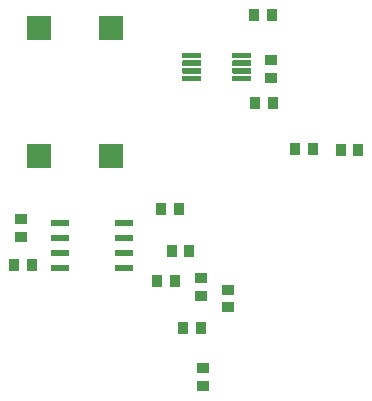
<source format=gbr>
G04 #@! TF.GenerationSoftware,KiCad,Pcbnew,5.1.5-52549c5~86~ubuntu18.04.1*
G04 #@! TF.CreationDate,2020-08-23T11:51:57-07:00*
G04 #@! TF.ProjectId,heat2sound_rx_rev01,68656174-3273-46f7-956e-645f72785f72,rev?*
G04 #@! TF.SameCoordinates,Original*
G04 #@! TF.FileFunction,Paste,Top*
G04 #@! TF.FilePolarity,Positive*
%FSLAX46Y46*%
G04 Gerber Fmt 4.6, Leading zero omitted, Abs format (unit mm)*
G04 Created by KiCad (PCBNEW 5.1.5-52549c5~86~ubuntu18.04.1) date 2020-08-23 11:51:57*
%MOMM*%
%LPD*%
G04 APERTURE LIST*
%ADD10R,0.900000X1.000000*%
%ADD11R,0.899160X1.000760*%
%ADD12R,1.000760X0.899160*%
%ADD13R,1.000000X0.900000*%
%ADD14R,1.998980X1.998980*%
%ADD15R,1.550000X0.600000*%
%ADD16C,0.100000*%
G04 APERTURE END LIST*
D10*
X166828160Y-118700000D03*
D11*
X168331840Y-118700000D03*
D12*
X170250000Y-124498160D03*
D13*
X170250000Y-126001840D03*
D12*
X170430000Y-133670000D03*
D13*
X170430000Y-132166320D03*
X176170000Y-107541840D03*
D12*
X176170000Y-106038160D03*
D11*
X182050000Y-113690000D03*
D10*
X183553680Y-113690000D03*
X178218160Y-113560000D03*
D11*
X179721840Y-113560000D03*
X176313680Y-109700000D03*
X174810000Y-109700000D03*
X174750000Y-102250000D03*
X176253680Y-102250000D03*
D14*
X156499880Y-103339800D03*
X162600960Y-103339800D03*
X156499880Y-114165280D03*
X162600960Y-114165280D03*
D11*
X155921840Y-123430000D03*
X154418160Y-123430000D03*
D12*
X155000000Y-121001840D03*
X155000000Y-119498160D03*
D11*
X168001840Y-124750000D03*
X166498160Y-124750000D03*
X169253680Y-122250000D03*
X167750000Y-122250000D03*
D12*
X172500000Y-127000000D03*
X172500000Y-125496320D03*
D11*
X168690000Y-128750000D03*
X170193680Y-128750000D03*
D15*
X158300000Y-119845000D03*
X158300000Y-121115000D03*
X158300000Y-122385000D03*
X158300000Y-123655000D03*
X163700000Y-123655000D03*
X163700000Y-122385000D03*
X163700000Y-121115000D03*
X163700000Y-119845000D03*
D16*
G36*
X170147252Y-105425602D02*
G01*
X170159386Y-105427402D01*
X170171286Y-105430382D01*
X170182835Y-105434515D01*
X170193925Y-105439760D01*
X170204446Y-105446066D01*
X170214299Y-105453374D01*
X170223388Y-105461612D01*
X170231626Y-105470701D01*
X170238934Y-105480554D01*
X170245240Y-105491075D01*
X170250485Y-105502165D01*
X170254618Y-105513714D01*
X170257598Y-105525614D01*
X170259398Y-105537748D01*
X170260000Y-105550000D01*
X170260000Y-105800000D01*
X170259398Y-105812252D01*
X170257598Y-105824386D01*
X170254618Y-105836286D01*
X170250485Y-105847835D01*
X170245240Y-105858925D01*
X170238934Y-105869446D01*
X170231626Y-105879299D01*
X170223388Y-105888388D01*
X170214299Y-105896626D01*
X170204446Y-105903934D01*
X170193925Y-105910240D01*
X170182835Y-105915485D01*
X170171286Y-105919618D01*
X170159386Y-105922598D01*
X170147252Y-105924398D01*
X170135000Y-105925000D01*
X168760000Y-105925000D01*
X168747748Y-105924398D01*
X168735614Y-105922598D01*
X168723714Y-105919618D01*
X168712165Y-105915485D01*
X168701075Y-105910240D01*
X168690554Y-105903934D01*
X168680701Y-105896626D01*
X168671612Y-105888388D01*
X168663374Y-105879299D01*
X168656066Y-105869446D01*
X168649760Y-105858925D01*
X168644515Y-105847835D01*
X168640382Y-105836286D01*
X168637402Y-105824386D01*
X168635602Y-105812252D01*
X168635000Y-105800000D01*
X168635000Y-105550000D01*
X168635602Y-105537748D01*
X168637402Y-105525614D01*
X168640382Y-105513714D01*
X168644515Y-105502165D01*
X168649760Y-105491075D01*
X168656066Y-105480554D01*
X168663374Y-105470701D01*
X168671612Y-105461612D01*
X168680701Y-105453374D01*
X168690554Y-105446066D01*
X168701075Y-105439760D01*
X168712165Y-105434515D01*
X168723714Y-105430382D01*
X168735614Y-105427402D01*
X168747748Y-105425602D01*
X168760000Y-105425000D01*
X170135000Y-105425000D01*
X170147252Y-105425602D01*
G37*
G36*
X170147252Y-106075602D02*
G01*
X170159386Y-106077402D01*
X170171286Y-106080382D01*
X170182835Y-106084515D01*
X170193925Y-106089760D01*
X170204446Y-106096066D01*
X170214299Y-106103374D01*
X170223388Y-106111612D01*
X170231626Y-106120701D01*
X170238934Y-106130554D01*
X170245240Y-106141075D01*
X170250485Y-106152165D01*
X170254618Y-106163714D01*
X170257598Y-106175614D01*
X170259398Y-106187748D01*
X170260000Y-106200000D01*
X170260000Y-106450000D01*
X170259398Y-106462252D01*
X170257598Y-106474386D01*
X170254618Y-106486286D01*
X170250485Y-106497835D01*
X170245240Y-106508925D01*
X170238934Y-106519446D01*
X170231626Y-106529299D01*
X170223388Y-106538388D01*
X170214299Y-106546626D01*
X170204446Y-106553934D01*
X170193925Y-106560240D01*
X170182835Y-106565485D01*
X170171286Y-106569618D01*
X170159386Y-106572598D01*
X170147252Y-106574398D01*
X170135000Y-106575000D01*
X168760000Y-106575000D01*
X168747748Y-106574398D01*
X168735614Y-106572598D01*
X168723714Y-106569618D01*
X168712165Y-106565485D01*
X168701075Y-106560240D01*
X168690554Y-106553934D01*
X168680701Y-106546626D01*
X168671612Y-106538388D01*
X168663374Y-106529299D01*
X168656066Y-106519446D01*
X168649760Y-106508925D01*
X168644515Y-106497835D01*
X168640382Y-106486286D01*
X168637402Y-106474386D01*
X168635602Y-106462252D01*
X168635000Y-106450000D01*
X168635000Y-106200000D01*
X168635602Y-106187748D01*
X168637402Y-106175614D01*
X168640382Y-106163714D01*
X168644515Y-106152165D01*
X168649760Y-106141075D01*
X168656066Y-106130554D01*
X168663374Y-106120701D01*
X168671612Y-106111612D01*
X168680701Y-106103374D01*
X168690554Y-106096066D01*
X168701075Y-106089760D01*
X168712165Y-106084515D01*
X168723714Y-106080382D01*
X168735614Y-106077402D01*
X168747748Y-106075602D01*
X168760000Y-106075000D01*
X170135000Y-106075000D01*
X170147252Y-106075602D01*
G37*
G36*
X170147252Y-106725602D02*
G01*
X170159386Y-106727402D01*
X170171286Y-106730382D01*
X170182835Y-106734515D01*
X170193925Y-106739760D01*
X170204446Y-106746066D01*
X170214299Y-106753374D01*
X170223388Y-106761612D01*
X170231626Y-106770701D01*
X170238934Y-106780554D01*
X170245240Y-106791075D01*
X170250485Y-106802165D01*
X170254618Y-106813714D01*
X170257598Y-106825614D01*
X170259398Y-106837748D01*
X170260000Y-106850000D01*
X170260000Y-107100000D01*
X170259398Y-107112252D01*
X170257598Y-107124386D01*
X170254618Y-107136286D01*
X170250485Y-107147835D01*
X170245240Y-107158925D01*
X170238934Y-107169446D01*
X170231626Y-107179299D01*
X170223388Y-107188388D01*
X170214299Y-107196626D01*
X170204446Y-107203934D01*
X170193925Y-107210240D01*
X170182835Y-107215485D01*
X170171286Y-107219618D01*
X170159386Y-107222598D01*
X170147252Y-107224398D01*
X170135000Y-107225000D01*
X168760000Y-107225000D01*
X168747748Y-107224398D01*
X168735614Y-107222598D01*
X168723714Y-107219618D01*
X168712165Y-107215485D01*
X168701075Y-107210240D01*
X168690554Y-107203934D01*
X168680701Y-107196626D01*
X168671612Y-107188388D01*
X168663374Y-107179299D01*
X168656066Y-107169446D01*
X168649760Y-107158925D01*
X168644515Y-107147835D01*
X168640382Y-107136286D01*
X168637402Y-107124386D01*
X168635602Y-107112252D01*
X168635000Y-107100000D01*
X168635000Y-106850000D01*
X168635602Y-106837748D01*
X168637402Y-106825614D01*
X168640382Y-106813714D01*
X168644515Y-106802165D01*
X168649760Y-106791075D01*
X168656066Y-106780554D01*
X168663374Y-106770701D01*
X168671612Y-106761612D01*
X168680701Y-106753374D01*
X168690554Y-106746066D01*
X168701075Y-106739760D01*
X168712165Y-106734515D01*
X168723714Y-106730382D01*
X168735614Y-106727402D01*
X168747748Y-106725602D01*
X168760000Y-106725000D01*
X170135000Y-106725000D01*
X170147252Y-106725602D01*
G37*
G36*
X170147252Y-107375602D02*
G01*
X170159386Y-107377402D01*
X170171286Y-107380382D01*
X170182835Y-107384515D01*
X170193925Y-107389760D01*
X170204446Y-107396066D01*
X170214299Y-107403374D01*
X170223388Y-107411612D01*
X170231626Y-107420701D01*
X170238934Y-107430554D01*
X170245240Y-107441075D01*
X170250485Y-107452165D01*
X170254618Y-107463714D01*
X170257598Y-107475614D01*
X170259398Y-107487748D01*
X170260000Y-107500000D01*
X170260000Y-107750000D01*
X170259398Y-107762252D01*
X170257598Y-107774386D01*
X170254618Y-107786286D01*
X170250485Y-107797835D01*
X170245240Y-107808925D01*
X170238934Y-107819446D01*
X170231626Y-107829299D01*
X170223388Y-107838388D01*
X170214299Y-107846626D01*
X170204446Y-107853934D01*
X170193925Y-107860240D01*
X170182835Y-107865485D01*
X170171286Y-107869618D01*
X170159386Y-107872598D01*
X170147252Y-107874398D01*
X170135000Y-107875000D01*
X168760000Y-107875000D01*
X168747748Y-107874398D01*
X168735614Y-107872598D01*
X168723714Y-107869618D01*
X168712165Y-107865485D01*
X168701075Y-107860240D01*
X168690554Y-107853934D01*
X168680701Y-107846626D01*
X168671612Y-107838388D01*
X168663374Y-107829299D01*
X168656066Y-107819446D01*
X168649760Y-107808925D01*
X168644515Y-107797835D01*
X168640382Y-107786286D01*
X168637402Y-107774386D01*
X168635602Y-107762252D01*
X168635000Y-107750000D01*
X168635000Y-107500000D01*
X168635602Y-107487748D01*
X168637402Y-107475614D01*
X168640382Y-107463714D01*
X168644515Y-107452165D01*
X168649760Y-107441075D01*
X168656066Y-107430554D01*
X168663374Y-107420701D01*
X168671612Y-107411612D01*
X168680701Y-107403374D01*
X168690554Y-107396066D01*
X168701075Y-107389760D01*
X168712165Y-107384515D01*
X168723714Y-107380382D01*
X168735614Y-107377402D01*
X168747748Y-107375602D01*
X168760000Y-107375000D01*
X170135000Y-107375000D01*
X170147252Y-107375602D01*
G37*
G36*
X174372252Y-107375602D02*
G01*
X174384386Y-107377402D01*
X174396286Y-107380382D01*
X174407835Y-107384515D01*
X174418925Y-107389760D01*
X174429446Y-107396066D01*
X174439299Y-107403374D01*
X174448388Y-107411612D01*
X174456626Y-107420701D01*
X174463934Y-107430554D01*
X174470240Y-107441075D01*
X174475485Y-107452165D01*
X174479618Y-107463714D01*
X174482598Y-107475614D01*
X174484398Y-107487748D01*
X174485000Y-107500000D01*
X174485000Y-107750000D01*
X174484398Y-107762252D01*
X174482598Y-107774386D01*
X174479618Y-107786286D01*
X174475485Y-107797835D01*
X174470240Y-107808925D01*
X174463934Y-107819446D01*
X174456626Y-107829299D01*
X174448388Y-107838388D01*
X174439299Y-107846626D01*
X174429446Y-107853934D01*
X174418925Y-107860240D01*
X174407835Y-107865485D01*
X174396286Y-107869618D01*
X174384386Y-107872598D01*
X174372252Y-107874398D01*
X174360000Y-107875000D01*
X172985000Y-107875000D01*
X172972748Y-107874398D01*
X172960614Y-107872598D01*
X172948714Y-107869618D01*
X172937165Y-107865485D01*
X172926075Y-107860240D01*
X172915554Y-107853934D01*
X172905701Y-107846626D01*
X172896612Y-107838388D01*
X172888374Y-107829299D01*
X172881066Y-107819446D01*
X172874760Y-107808925D01*
X172869515Y-107797835D01*
X172865382Y-107786286D01*
X172862402Y-107774386D01*
X172860602Y-107762252D01*
X172860000Y-107750000D01*
X172860000Y-107500000D01*
X172860602Y-107487748D01*
X172862402Y-107475614D01*
X172865382Y-107463714D01*
X172869515Y-107452165D01*
X172874760Y-107441075D01*
X172881066Y-107430554D01*
X172888374Y-107420701D01*
X172896612Y-107411612D01*
X172905701Y-107403374D01*
X172915554Y-107396066D01*
X172926075Y-107389760D01*
X172937165Y-107384515D01*
X172948714Y-107380382D01*
X172960614Y-107377402D01*
X172972748Y-107375602D01*
X172985000Y-107375000D01*
X174360000Y-107375000D01*
X174372252Y-107375602D01*
G37*
G36*
X174372252Y-106725602D02*
G01*
X174384386Y-106727402D01*
X174396286Y-106730382D01*
X174407835Y-106734515D01*
X174418925Y-106739760D01*
X174429446Y-106746066D01*
X174439299Y-106753374D01*
X174448388Y-106761612D01*
X174456626Y-106770701D01*
X174463934Y-106780554D01*
X174470240Y-106791075D01*
X174475485Y-106802165D01*
X174479618Y-106813714D01*
X174482598Y-106825614D01*
X174484398Y-106837748D01*
X174485000Y-106850000D01*
X174485000Y-107100000D01*
X174484398Y-107112252D01*
X174482598Y-107124386D01*
X174479618Y-107136286D01*
X174475485Y-107147835D01*
X174470240Y-107158925D01*
X174463934Y-107169446D01*
X174456626Y-107179299D01*
X174448388Y-107188388D01*
X174439299Y-107196626D01*
X174429446Y-107203934D01*
X174418925Y-107210240D01*
X174407835Y-107215485D01*
X174396286Y-107219618D01*
X174384386Y-107222598D01*
X174372252Y-107224398D01*
X174360000Y-107225000D01*
X172985000Y-107225000D01*
X172972748Y-107224398D01*
X172960614Y-107222598D01*
X172948714Y-107219618D01*
X172937165Y-107215485D01*
X172926075Y-107210240D01*
X172915554Y-107203934D01*
X172905701Y-107196626D01*
X172896612Y-107188388D01*
X172888374Y-107179299D01*
X172881066Y-107169446D01*
X172874760Y-107158925D01*
X172869515Y-107147835D01*
X172865382Y-107136286D01*
X172862402Y-107124386D01*
X172860602Y-107112252D01*
X172860000Y-107100000D01*
X172860000Y-106850000D01*
X172860602Y-106837748D01*
X172862402Y-106825614D01*
X172865382Y-106813714D01*
X172869515Y-106802165D01*
X172874760Y-106791075D01*
X172881066Y-106780554D01*
X172888374Y-106770701D01*
X172896612Y-106761612D01*
X172905701Y-106753374D01*
X172915554Y-106746066D01*
X172926075Y-106739760D01*
X172937165Y-106734515D01*
X172948714Y-106730382D01*
X172960614Y-106727402D01*
X172972748Y-106725602D01*
X172985000Y-106725000D01*
X174360000Y-106725000D01*
X174372252Y-106725602D01*
G37*
G36*
X174372252Y-106075602D02*
G01*
X174384386Y-106077402D01*
X174396286Y-106080382D01*
X174407835Y-106084515D01*
X174418925Y-106089760D01*
X174429446Y-106096066D01*
X174439299Y-106103374D01*
X174448388Y-106111612D01*
X174456626Y-106120701D01*
X174463934Y-106130554D01*
X174470240Y-106141075D01*
X174475485Y-106152165D01*
X174479618Y-106163714D01*
X174482598Y-106175614D01*
X174484398Y-106187748D01*
X174485000Y-106200000D01*
X174485000Y-106450000D01*
X174484398Y-106462252D01*
X174482598Y-106474386D01*
X174479618Y-106486286D01*
X174475485Y-106497835D01*
X174470240Y-106508925D01*
X174463934Y-106519446D01*
X174456626Y-106529299D01*
X174448388Y-106538388D01*
X174439299Y-106546626D01*
X174429446Y-106553934D01*
X174418925Y-106560240D01*
X174407835Y-106565485D01*
X174396286Y-106569618D01*
X174384386Y-106572598D01*
X174372252Y-106574398D01*
X174360000Y-106575000D01*
X172985000Y-106575000D01*
X172972748Y-106574398D01*
X172960614Y-106572598D01*
X172948714Y-106569618D01*
X172937165Y-106565485D01*
X172926075Y-106560240D01*
X172915554Y-106553934D01*
X172905701Y-106546626D01*
X172896612Y-106538388D01*
X172888374Y-106529299D01*
X172881066Y-106519446D01*
X172874760Y-106508925D01*
X172869515Y-106497835D01*
X172865382Y-106486286D01*
X172862402Y-106474386D01*
X172860602Y-106462252D01*
X172860000Y-106450000D01*
X172860000Y-106200000D01*
X172860602Y-106187748D01*
X172862402Y-106175614D01*
X172865382Y-106163714D01*
X172869515Y-106152165D01*
X172874760Y-106141075D01*
X172881066Y-106130554D01*
X172888374Y-106120701D01*
X172896612Y-106111612D01*
X172905701Y-106103374D01*
X172915554Y-106096066D01*
X172926075Y-106089760D01*
X172937165Y-106084515D01*
X172948714Y-106080382D01*
X172960614Y-106077402D01*
X172972748Y-106075602D01*
X172985000Y-106075000D01*
X174360000Y-106075000D01*
X174372252Y-106075602D01*
G37*
G36*
X174372252Y-105425602D02*
G01*
X174384386Y-105427402D01*
X174396286Y-105430382D01*
X174407835Y-105434515D01*
X174418925Y-105439760D01*
X174429446Y-105446066D01*
X174439299Y-105453374D01*
X174448388Y-105461612D01*
X174456626Y-105470701D01*
X174463934Y-105480554D01*
X174470240Y-105491075D01*
X174475485Y-105502165D01*
X174479618Y-105513714D01*
X174482598Y-105525614D01*
X174484398Y-105537748D01*
X174485000Y-105550000D01*
X174485000Y-105800000D01*
X174484398Y-105812252D01*
X174482598Y-105824386D01*
X174479618Y-105836286D01*
X174475485Y-105847835D01*
X174470240Y-105858925D01*
X174463934Y-105869446D01*
X174456626Y-105879299D01*
X174448388Y-105888388D01*
X174439299Y-105896626D01*
X174429446Y-105903934D01*
X174418925Y-105910240D01*
X174407835Y-105915485D01*
X174396286Y-105919618D01*
X174384386Y-105922598D01*
X174372252Y-105924398D01*
X174360000Y-105925000D01*
X172985000Y-105925000D01*
X172972748Y-105924398D01*
X172960614Y-105922598D01*
X172948714Y-105919618D01*
X172937165Y-105915485D01*
X172926075Y-105910240D01*
X172915554Y-105903934D01*
X172905701Y-105896626D01*
X172896612Y-105888388D01*
X172888374Y-105879299D01*
X172881066Y-105869446D01*
X172874760Y-105858925D01*
X172869515Y-105847835D01*
X172865382Y-105836286D01*
X172862402Y-105824386D01*
X172860602Y-105812252D01*
X172860000Y-105800000D01*
X172860000Y-105550000D01*
X172860602Y-105537748D01*
X172862402Y-105525614D01*
X172865382Y-105513714D01*
X172869515Y-105502165D01*
X172874760Y-105491075D01*
X172881066Y-105480554D01*
X172888374Y-105470701D01*
X172896612Y-105461612D01*
X172905701Y-105453374D01*
X172915554Y-105446066D01*
X172926075Y-105439760D01*
X172937165Y-105434515D01*
X172948714Y-105430382D01*
X172960614Y-105427402D01*
X172972748Y-105425602D01*
X172985000Y-105425000D01*
X174360000Y-105425000D01*
X174372252Y-105425602D01*
G37*
M02*

</source>
